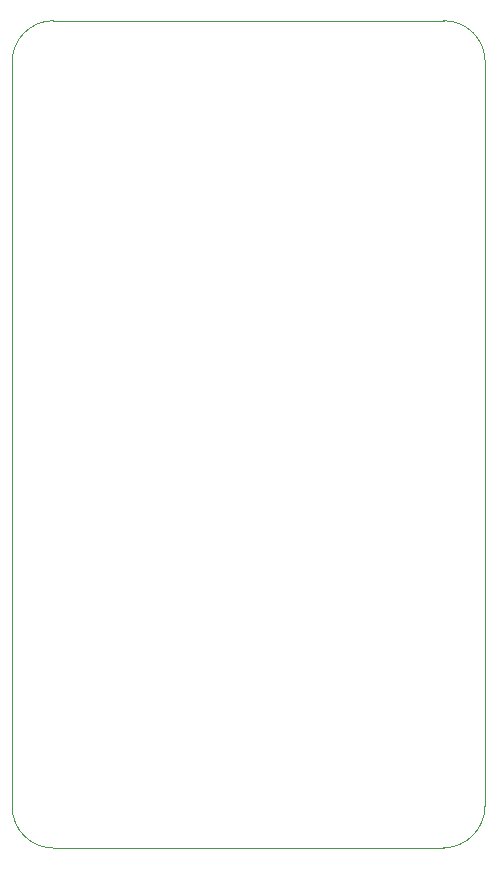
<source format=gbr>
%TF.GenerationSoftware,KiCad,Pcbnew,8.0.6*%
%TF.CreationDate,2025-01-30T17:26:38+11:00*%
%TF.ProjectId,ESP32-DWM1000-local,45535033-322d-4445-974d-313030302d6c,rev?*%
%TF.SameCoordinates,Original*%
%TF.FileFunction,Profile,NP*%
%FSLAX46Y46*%
G04 Gerber Fmt 4.6, Leading zero omitted, Abs format (unit mm)*
G04 Created by KiCad (PCBNEW 8.0.6) date 2025-01-30 17:26:38*
%MOMM*%
%LPD*%
G01*
G04 APERTURE LIST*
%TA.AperFunction,Profile*%
%ADD10C,0.050000*%
%TD*%
G04 APERTURE END LIST*
D10*
X109974874Y-88474874D02*
X109974874Y-151525126D01*
X109974874Y-88474874D02*
G75*
G02*
X113474874Y-84974874I3500026J-26D01*
G01*
X146525126Y-84974874D02*
G75*
G02*
X150025126Y-88474874I-26J-3500026D01*
G01*
X150000000Y-151500000D02*
X150025126Y-88474874D01*
X113474874Y-155025126D02*
X146500000Y-155000000D01*
X113474874Y-155025126D02*
G75*
G02*
X109974874Y-151525126I26J3500026D01*
G01*
X146525126Y-84974874D02*
X113474874Y-84974874D01*
X150000000Y-151500000D02*
G75*
G02*
X146500000Y-155000000I-3500000J0D01*
G01*
M02*

</source>
